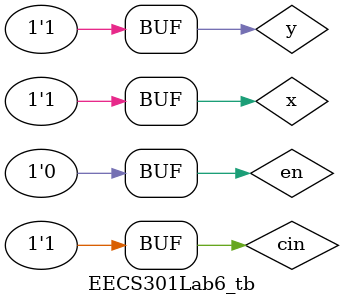
<source format=v>
`timescale 1 ns / 1 ps

module EECS301Lab6_tb();

	reg clk, en, x, y, cin; //complete;
	wire cout, sum;
	
	//reg [4:0] i;
	
	
	/*always // no sensitivity list, always executes 
		begin
			clk = 0; #5;  
			clk = 1; #5;  // 10ns clk period
		end*/
		
	
	EECS301Lab6 dut(
		.En(en),
		.X(x),
		.Y(y),
		.Kin(cin),
		.Kout(cout),
		.U(sum)
	);
	
	initial begin
		//i 	= 0; 
		en <= 1; x <= 0;y <= 0; cin <= 0; #10;
		x <= 0;y <= 0; cin <= 1; #10;
		x <= 0;y <= 1; cin <= 0; #10;
		x <= 0;y <= 1; cin <= 1; #10;
		x <= 1;y <= 0; cin <= 0; #10;
		x <= 1;y <= 0; cin <= 1; #10;
		x <= 1;y <= 1; cin <= 0; #10;
		x <= 1;y <= 1; cin <= 1; #10;
		en <= 0; x <= 0;y <= 0; cin <= 0; #10;
		x <= 0;y <= 0; cin <= 1; #10;
		x <= 0;y <= 1; cin <= 0; #10;
		x <= 0;y <= 1; cin <= 1; #10;
		x <= 1;y <= 0; cin <= 0; #10;
		x <= 1;y <= 0; cin <= 1; #10;
		x <= 1;y <= 1; cin <= 0; #10;
		x <= 1;y <= 1; cin <= 1; #10;
		//cout = 0;
		//sum = 0;
		//complete = 0;
		
	end
	
	/*always @(posedge clk) begin
		if(complete == 0) begin
			i = i+1;
			
			if(i >= 16) begin
				complete = 1;
			end
		
		end
	end */
		
	
	

endmodule

</source>
